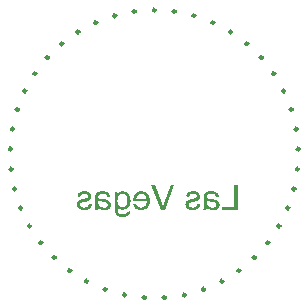
<source format=gbo>
G04*
G04 #@! TF.GenerationSoftware,Altium Limited,Altium Designer,21.7.2 (23)*
G04*
G04 Layer_Color=32896*
%FSLAX25Y25*%
%MOIN*%
G70*
G04*
G04 #@! TF.SameCoordinates,2F9D9F62-0F19-4060-BA45-97F595866B8D*
G04*
G04*
G04 #@! TF.FilePolarity,Positive*
G04*
G01*
G75*
%ADD10C,0.01000*%
G36*
X301776Y354602D02*
X302041Y354553D01*
X302281Y354481D01*
X302486Y354409D01*
X302654Y354337D01*
X302775Y354265D01*
X302823Y354240D01*
X302859Y354217D01*
X302871Y354205D01*
X302883D01*
X303087Y354048D01*
X303268Y353856D01*
X303424Y353675D01*
X303556Y353495D01*
X303653Y353326D01*
X303725Y353194D01*
X303749Y353146D01*
X303773Y353110D01*
X303785Y353086D01*
Y353074D01*
X303893Y352797D01*
X303965Y352520D01*
X304026Y352256D01*
X304062Y352015D01*
X304086Y351799D01*
Y351714D01*
X304098Y351630D01*
Y351570D01*
Y351522D01*
Y351498D01*
Y351486D01*
X304086Y351257D01*
X304074Y351028D01*
X303990Y350620D01*
X303941Y350427D01*
X303881Y350259D01*
X303821Y350090D01*
X303761Y349946D01*
X303701Y349801D01*
X303641Y349681D01*
X303580Y349585D01*
X303532Y349489D01*
X303484Y349429D01*
X303448Y349368D01*
X303436Y349344D01*
X303424Y349332D01*
X303292Y349176D01*
X303147Y349044D01*
X302991Y348923D01*
X302835Y348815D01*
X302666Y348731D01*
X302510Y348659D01*
X302354Y348599D01*
X302197Y348550D01*
X302053Y348514D01*
X301920Y348490D01*
X301800Y348466D01*
X301692Y348454D01*
X301608D01*
X301547Y348442D01*
X301487D01*
X301307Y348454D01*
X301126Y348478D01*
X300958Y348514D01*
X300802Y348562D01*
X300525Y348695D01*
X300272Y348839D01*
X300176Y348911D01*
X300080Y348983D01*
X299996Y349056D01*
X299935Y349116D01*
X299887Y349164D01*
X299851Y349200D01*
X299827Y349224D01*
X299815Y349236D01*
Y349056D01*
Y348899D01*
X299827Y348743D01*
Y348610D01*
Y348490D01*
X299839Y348382D01*
Y348286D01*
X299851Y348201D01*
X299863Y348081D01*
X299875Y347985D01*
X299887Y347937D01*
Y347925D01*
X299947Y347744D01*
X300032Y347588D01*
X300116Y347456D01*
X300200Y347335D01*
X300284Y347251D01*
X300357Y347179D01*
X300405Y347143D01*
X300417Y347131D01*
X300573Y347035D01*
X300753Y346962D01*
X300934Y346914D01*
X301102Y346878D01*
X301271Y346854D01*
X301391Y346842D01*
X301511D01*
X301740Y346854D01*
X301957Y346890D01*
X302137Y346938D01*
X302281Y346999D01*
X302402Y347047D01*
X302486Y347095D01*
X302534Y347131D01*
X302558Y347143D01*
X302654Y347227D01*
X302726Y347335D01*
X302786Y347444D01*
X302835Y347552D01*
X302859Y347660D01*
X302883Y347744D01*
X302895Y347793D01*
Y347816D01*
X303893Y347949D01*
Y347768D01*
X303869Y347612D01*
X303845Y347456D01*
X303809Y347311D01*
X303701Y347059D01*
X303580Y346854D01*
X303460Y346698D01*
X303364Y346589D01*
X303280Y346517D01*
X303268Y346505D01*
X303256Y346493D01*
X302991Y346325D01*
X302702Y346204D01*
X302414Y346120D01*
X302137Y346060D01*
X302005Y346036D01*
X301884Y346024D01*
X301788Y346012D01*
X301692D01*
X301620Y346000D01*
X301511D01*
X301186Y346012D01*
X300886Y346060D01*
X300621Y346108D01*
X300405Y346181D01*
X300224Y346241D01*
X300152Y346265D01*
X300092Y346301D01*
X300044Y346313D01*
X300008Y346337D01*
X299996Y346349D01*
X299984D01*
X299767Y346481D01*
X299574Y346638D01*
X299418Y346794D01*
X299286Y346938D01*
X299190Y347071D01*
X299129Y347179D01*
X299081Y347251D01*
X299069Y347263D01*
Y347275D01*
X299021Y347395D01*
X298973Y347528D01*
X298937Y347672D01*
X298901Y347829D01*
X298853Y348165D01*
X298817Y348490D01*
X298805Y348647D01*
X298793Y348791D01*
Y348923D01*
X298780Y349032D01*
Y349128D01*
Y349200D01*
Y349248D01*
Y349260D01*
Y354481D01*
X299719D01*
Y353735D01*
X299851Y353892D01*
X299996Y354024D01*
X300140Y354144D01*
X300284Y354240D01*
X300441Y354325D01*
X300585Y354397D01*
X300729Y354457D01*
X300862Y354505D01*
X300994Y354541D01*
X301114Y354565D01*
X301223Y354589D01*
X301307Y354602D01*
X301379Y354613D01*
X301487D01*
X301776Y354602D01*
D02*
G37*
G36*
X331201D02*
X331454Y354577D01*
X331695Y354541D01*
X331887Y354505D01*
X332055Y354469D01*
X332176Y354433D01*
X332224Y354421D01*
X332260Y354409D01*
X332272Y354397D01*
X332284D01*
X332489Y354313D01*
X332669Y354205D01*
X332825Y354108D01*
X332958Y354012D01*
X333054Y353916D01*
X333126Y353844D01*
X333174Y353795D01*
X333186Y353783D01*
X333295Y353627D01*
X333391Y353459D01*
X333463Y353290D01*
X333523Y353134D01*
X333571Y352977D01*
X333607Y352869D01*
X333619Y352821D01*
Y352785D01*
X333631Y352773D01*
Y352761D01*
X332633Y352628D01*
X332561Y352845D01*
X332489Y353038D01*
X332404Y353194D01*
X332332Y353314D01*
X332260Y353411D01*
X332200Y353471D01*
X332152Y353507D01*
X332140Y353519D01*
X331995Y353603D01*
X331827Y353663D01*
X331646Y353711D01*
X331478Y353735D01*
X331310Y353759D01*
X331189Y353771D01*
X331069D01*
X330792Y353759D01*
X330552Y353723D01*
X330359Y353663D01*
X330191Y353603D01*
X330071Y353531D01*
X329974Y353483D01*
X329914Y353434D01*
X329902Y353422D01*
X329806Y353314D01*
X329734Y353182D01*
X329674Y353038D01*
X329638Y352893D01*
X329613Y352761D01*
X329601Y352641D01*
Y352568D01*
Y352556D01*
Y352544D01*
Y352520D01*
Y352472D01*
Y352388D01*
X329613Y352316D01*
Y352292D01*
Y352280D01*
X329734Y352244D01*
X329866Y352207D01*
X330143Y352135D01*
X330455Y352075D01*
X330744Y352015D01*
X330889Y351991D01*
X331021Y351979D01*
X331141Y351955D01*
X331238Y351943D01*
X331322Y351931D01*
X331382D01*
X331430Y351919D01*
X331442D01*
X331659Y351895D01*
X331839Y351859D01*
X331995Y351835D01*
X332116Y351811D01*
X332212Y351799D01*
X332284Y351774D01*
X332332Y351762D01*
X332344D01*
X332501Y351714D01*
X332633Y351666D01*
X332765Y351606D01*
X332874Y351558D01*
X332970Y351510D01*
X333030Y351462D01*
X333078Y351438D01*
X333090Y351426D01*
X333210Y351341D01*
X333307Y351245D01*
X333403Y351149D01*
X333475Y351053D01*
X333535Y350968D01*
X333583Y350896D01*
X333607Y350848D01*
X333619Y350836D01*
X333680Y350704D01*
X333728Y350559D01*
X333764Y350427D01*
X333788Y350295D01*
X333800Y350186D01*
X333812Y350102D01*
Y350054D01*
Y350030D01*
X333800Y349886D01*
X333788Y349765D01*
X333728Y349513D01*
X333644Y349308D01*
X333547Y349128D01*
X333451Y348983D01*
X333367Y348875D01*
X333307Y348815D01*
X333283Y348791D01*
X333066Y348635D01*
X332825Y348514D01*
X332561Y348430D01*
X332320Y348370D01*
X332104Y348334D01*
X332007Y348322D01*
X331923D01*
X331851Y348310D01*
X331755D01*
X331538Y348322D01*
X331322Y348346D01*
X331129Y348370D01*
X330961Y348406D01*
X330828Y348442D01*
X330720Y348478D01*
X330648Y348490D01*
X330624Y348502D01*
X330419Y348587D01*
X330227Y348695D01*
X330047Y348815D01*
X329866Y348923D01*
X329722Y349032D01*
X329613Y349116D01*
X329541Y349176D01*
X329529Y349200D01*
X329517D01*
X329493Y349044D01*
X329469Y348899D01*
X329445Y348767D01*
X329409Y348659D01*
X329373Y348562D01*
X329349Y348502D01*
X329337Y348454D01*
X329325Y348442D01*
X328254D01*
X328314Y348574D01*
X328374Y348707D01*
X328422Y348827D01*
X328447Y348935D01*
X328483Y349032D01*
X328495Y349104D01*
X328507Y349152D01*
Y349164D01*
X328519Y349248D01*
X328531Y349356D01*
Y349477D01*
X328543Y349609D01*
X328555Y349910D01*
Y350210D01*
X328567Y350499D01*
Y350632D01*
Y350740D01*
Y350836D01*
Y350908D01*
Y350956D01*
Y350968D01*
Y352340D01*
Y352568D01*
X328579Y352773D01*
X328591Y352929D01*
Y353062D01*
X328603Y353158D01*
X328615Y353230D01*
X328627Y353266D01*
Y353278D01*
X328663Y353434D01*
X328711Y353567D01*
X328759Y353675D01*
X328819Y353783D01*
X328868Y353856D01*
X328904Y353916D01*
X328928Y353952D01*
X328940Y353964D01*
X329036Y354060D01*
X329144Y354156D01*
X329265Y354228D01*
X329385Y354301D01*
X329493Y354349D01*
X329577Y354385D01*
X329638Y354409D01*
X329661Y354421D01*
X329854Y354481D01*
X330059Y354529D01*
X330263Y354565D01*
X330468Y354589D01*
X330648Y354602D01*
X330780Y354613D01*
X330913D01*
X331201Y354602D01*
D02*
G37*
G36*
X294967D02*
X295220Y354577D01*
X295460Y354541D01*
X295653Y354505D01*
X295821Y354469D01*
X295941Y354433D01*
X295990Y354421D01*
X296026Y354409D01*
X296038Y354397D01*
X296050D01*
X296254Y354313D01*
X296435Y354205D01*
X296591Y354108D01*
X296723Y354012D01*
X296820Y353916D01*
X296892Y353844D01*
X296940Y353795D01*
X296952Y353783D01*
X297060Y353627D01*
X297157Y353459D01*
X297229Y353290D01*
X297289Y353134D01*
X297337Y352977D01*
X297373Y352869D01*
X297385Y352821D01*
Y352785D01*
X297397Y352773D01*
Y352761D01*
X296399Y352628D01*
X296326Y352845D01*
X296254Y353038D01*
X296170Y353194D01*
X296098Y353314D01*
X296026Y353411D01*
X295966Y353471D01*
X295917Y353507D01*
X295905Y353519D01*
X295761Y353603D01*
X295593Y353663D01*
X295412Y353711D01*
X295244Y353735D01*
X295075Y353759D01*
X294955Y353771D01*
X294835D01*
X294558Y353759D01*
X294317Y353723D01*
X294125Y353663D01*
X293956Y353603D01*
X293836Y353531D01*
X293740Y353483D01*
X293680Y353434D01*
X293668Y353422D01*
X293571Y353314D01*
X293499Y353182D01*
X293439Y353038D01*
X293403Y352893D01*
X293379Y352761D01*
X293367Y352641D01*
Y352568D01*
Y352556D01*
Y352544D01*
Y352520D01*
Y352472D01*
Y352388D01*
X293379Y352316D01*
Y352292D01*
Y352280D01*
X293499Y352244D01*
X293632Y352207D01*
X293908Y352135D01*
X294221Y352075D01*
X294510Y352015D01*
X294654Y351991D01*
X294787Y351979D01*
X294907Y351955D01*
X295003Y351943D01*
X295087Y351931D01*
X295147D01*
X295196Y351919D01*
X295208D01*
X295424Y351895D01*
X295605Y351859D01*
X295761Y351835D01*
X295881Y351811D01*
X295978Y351799D01*
X296050Y351774D01*
X296098Y351762D01*
X296110D01*
X296266Y351714D01*
X296399Y351666D01*
X296531Y351606D01*
X296639Y351558D01*
X296735Y351510D01*
X296796Y351462D01*
X296844Y351438D01*
X296856Y351426D01*
X296976Y351341D01*
X297072Y351245D01*
X297168Y351149D01*
X297241Y351053D01*
X297301Y350968D01*
X297349Y350896D01*
X297373Y350848D01*
X297385Y350836D01*
X297445Y350704D01*
X297493Y350559D01*
X297529Y350427D01*
X297553Y350295D01*
X297566Y350186D01*
X297578Y350102D01*
Y350054D01*
Y350030D01*
X297566Y349886D01*
X297553Y349765D01*
X297493Y349513D01*
X297409Y349308D01*
X297313Y349128D01*
X297217Y348983D01*
X297132Y348875D01*
X297072Y348815D01*
X297048Y348791D01*
X296832Y348635D01*
X296591Y348514D01*
X296326Y348430D01*
X296086Y348370D01*
X295869Y348334D01*
X295773Y348322D01*
X295689D01*
X295617Y348310D01*
X295520D01*
X295304Y348322D01*
X295087Y348346D01*
X294895Y348370D01*
X294726Y348406D01*
X294594Y348442D01*
X294486Y348478D01*
X294414Y348490D01*
X294390Y348502D01*
X294185Y348587D01*
X293993Y348695D01*
X293812Y348815D01*
X293632Y348923D01*
X293487Y349032D01*
X293379Y349116D01*
X293307Y349176D01*
X293295Y349200D01*
X293283D01*
X293259Y349044D01*
X293235Y348899D01*
X293211Y348767D01*
X293175Y348659D01*
X293139Y348562D01*
X293114Y348502D01*
X293102Y348454D01*
X293090Y348442D01*
X292020D01*
X292080Y348574D01*
X292140Y348707D01*
X292188Y348827D01*
X292212Y348935D01*
X292248Y349032D01*
X292260Y349104D01*
X292272Y349152D01*
Y349164D01*
X292284Y349248D01*
X292296Y349356D01*
Y349477D01*
X292308Y349609D01*
X292320Y349910D01*
Y350210D01*
X292333Y350499D01*
Y350632D01*
Y350740D01*
Y350836D01*
Y350908D01*
Y350956D01*
Y350968D01*
Y352340D01*
Y352568D01*
X292344Y352773D01*
X292356Y352929D01*
Y353062D01*
X292369Y353158D01*
X292381Y353230D01*
X292393Y353266D01*
Y353278D01*
X292429Y353434D01*
X292477Y353567D01*
X292525Y353675D01*
X292585Y353783D01*
X292633Y353856D01*
X292669Y353916D01*
X292693Y353952D01*
X292705Y353964D01*
X292802Y354060D01*
X292910Y354156D01*
X293030Y354228D01*
X293150Y354301D01*
X293259Y354349D01*
X293343Y354385D01*
X293403Y354409D01*
X293427Y354421D01*
X293620Y354481D01*
X293824Y354529D01*
X294029Y354565D01*
X294233Y354589D01*
X294414Y354602D01*
X294546Y354613D01*
X294678D01*
X294967Y354602D01*
D02*
G37*
G36*
X315442Y348442D02*
X314287D01*
X311039Y356767D01*
X312158D01*
X314420Y350716D01*
X314516Y350463D01*
X314600Y350222D01*
X314672Y349994D01*
X314732Y349789D01*
X314792Y349609D01*
X314829Y349477D01*
X314841Y349429D01*
X314853Y349393D01*
X314865Y349368D01*
Y349356D01*
X315009Y349838D01*
X315081Y350066D01*
X315153Y350271D01*
X315213Y350451D01*
X315238Y350523D01*
X315250Y350595D01*
X315274Y350644D01*
X315286Y350680D01*
X315298Y350704D01*
Y350716D01*
X317463Y356767D01*
X318666D01*
X315442Y348442D01*
D02*
G37*
G36*
X307935Y354602D02*
X308152Y354577D01*
X308356Y354541D01*
X308549Y354481D01*
X308729Y354421D01*
X308898Y354349D01*
X309054Y354277D01*
X309187Y354192D01*
X309319Y354120D01*
X309427Y354036D01*
X309523Y353964D01*
X309595Y353904D01*
X309656Y353844D01*
X309704Y353807D01*
X309728Y353783D01*
X309740Y353771D01*
X309872Y353603D01*
X309993Y353422D01*
X310101Y353242D01*
X310197Y353050D01*
X310269Y352845D01*
X310329Y352653D01*
X310426Y352268D01*
X310462Y352099D01*
X310486Y351931D01*
X310498Y351786D01*
X310510Y351654D01*
X310522Y351546D01*
Y351474D01*
Y351413D01*
Y351401D01*
X310510Y351137D01*
X310486Y350884D01*
X310450Y350644D01*
X310402Y350427D01*
X310341Y350222D01*
X310281Y350030D01*
X310209Y349862D01*
X310137Y349705D01*
X310065Y349573D01*
X309993Y349453D01*
X309932Y349356D01*
X309872Y349272D01*
X309824Y349200D01*
X309788Y349152D01*
X309764Y349128D01*
X309752Y349116D01*
X309595Y348971D01*
X309439Y348851D01*
X309271Y348743D01*
X309090Y348647D01*
X308922Y348574D01*
X308741Y348502D01*
X308404Y348406D01*
X308248Y348382D01*
X308104Y348358D01*
X307972Y348334D01*
X307863Y348322D01*
X307779Y348310D01*
X307647D01*
X307274Y348334D01*
X306937Y348394D01*
X306636Y348466D01*
X306516Y348514D01*
X306396Y348562D01*
X306287Y348610D01*
X306191Y348659D01*
X306119Y348695D01*
X306047Y348731D01*
X305998Y348767D01*
X305962Y348791D01*
X305938Y348815D01*
X305926D01*
X305686Y349032D01*
X305493Y349260D01*
X305325Y349501D01*
X305205Y349729D01*
X305108Y349934D01*
X305072Y350030D01*
X305036Y350102D01*
X305012Y350174D01*
X305000Y350222D01*
X304988Y350247D01*
Y350259D01*
X306047Y350391D01*
X306143Y350162D01*
X306251Y349970D01*
X306359Y349801D01*
X306456Y349669D01*
X306540Y349573D01*
X306612Y349501D01*
X306672Y349453D01*
X306684Y349441D01*
X306841Y349344D01*
X306997Y349272D01*
X307166Y349224D01*
X307310Y349188D01*
X307442Y349164D01*
X307550Y349152D01*
X307647D01*
X307791Y349164D01*
X307923Y349176D01*
X308164Y349236D01*
X308381Y349320D01*
X308573Y349416D01*
X308717Y349501D01*
X308826Y349585D01*
X308898Y349645D01*
X308910Y349669D01*
X308922D01*
X309090Y349886D01*
X309223Y350126D01*
X309319Y350391D01*
X309391Y350632D01*
X309427Y350848D01*
X309451Y350944D01*
X309463Y351028D01*
Y351101D01*
X309475Y351149D01*
Y351185D01*
Y351197D01*
X304964D01*
X304952Y351317D01*
Y351401D01*
Y351450D01*
Y351462D01*
X304964Y351738D01*
X304988Y351991D01*
X305024Y352232D01*
X305072Y352460D01*
X305132Y352665D01*
X305192Y352857D01*
X305265Y353026D01*
X305337Y353182D01*
X305409Y353326D01*
X305481Y353447D01*
X305541Y353543D01*
X305602Y353627D01*
X305650Y353699D01*
X305686Y353747D01*
X305710Y353771D01*
X305722Y353783D01*
X305866Y353928D01*
X306023Y354060D01*
X306191Y354168D01*
X306359Y354265D01*
X306528Y354349D01*
X306684Y354409D01*
X306853Y354469D01*
X306997Y354505D01*
X307153Y354541D01*
X307286Y354565D01*
X307406Y354589D01*
X307502Y354602D01*
X307587Y354613D01*
X307707D01*
X307935Y354602D01*
D02*
G37*
G36*
X339851Y348442D02*
X334642D01*
Y349429D01*
X338744D01*
Y356767D01*
X339851D01*
Y348442D01*
D02*
G37*
G36*
X325355Y354589D02*
X325499Y354577D01*
X325631Y354553D01*
X325740Y354529D01*
X325824Y354505D01*
X325872Y354493D01*
X325896Y354481D01*
X326041Y354433D01*
X326173Y354385D01*
X326281Y354337D01*
X326377Y354289D01*
X326449Y354253D01*
X326498Y354217D01*
X326534Y354205D01*
X326546Y354192D01*
X326666Y354108D01*
X326762Y354012D01*
X326847Y353904D01*
X326919Y353819D01*
X326979Y353735D01*
X327015Y353675D01*
X327039Y353627D01*
X327051Y353615D01*
X327111Y353483D01*
X327159Y353362D01*
X327183Y353230D01*
X327207Y353122D01*
X327220Y353013D01*
X327232Y352941D01*
Y352893D01*
Y352869D01*
X327220Y352701D01*
X327195Y352556D01*
X327159Y352412D01*
X327123Y352292D01*
X327087Y352195D01*
X327051Y352111D01*
X327027Y352063D01*
X327015Y352051D01*
X326919Y351919D01*
X326810Y351811D01*
X326702Y351714D01*
X326594Y351630D01*
X326498Y351570D01*
X326426Y351522D01*
X326377Y351498D01*
X326353Y351486D01*
X326269Y351450D01*
X326161Y351401D01*
X325920Y351317D01*
X325668Y351245D01*
X325403Y351161D01*
X325174Y351101D01*
X325066Y351065D01*
X324970Y351041D01*
X324898Y351016D01*
X324837Y351005D01*
X324801Y350992D01*
X324789D01*
X324633Y350956D01*
X324501Y350920D01*
X324380Y350884D01*
X324272Y350848D01*
X324176Y350824D01*
X324092Y350788D01*
X323947Y350740D01*
X323851Y350704D01*
X323791Y350668D01*
X323755Y350656D01*
X323743Y350644D01*
X323635Y350571D01*
X323562Y350475D01*
X323502Y350391D01*
X323466Y350307D01*
X323442Y350222D01*
X323430Y350162D01*
Y350114D01*
Y350102D01*
X323442Y349958D01*
X323478Y349838D01*
X323538Y349717D01*
X323598Y349621D01*
X323671Y349537D01*
X323719Y349477D01*
X323767Y349441D01*
X323779Y349429D01*
X323923Y349332D01*
X324080Y349272D01*
X324260Y349224D01*
X324429Y349188D01*
X324585Y349164D01*
X324705Y349152D01*
X324826D01*
X325078Y349164D01*
X325295Y349200D01*
X325475Y349248D01*
X325631Y349308D01*
X325752Y349368D01*
X325848Y349416D01*
X325896Y349453D01*
X325920Y349465D01*
X326053Y349597D01*
X326161Y349753D01*
X326233Y349910D01*
X326293Y350054D01*
X326341Y350186D01*
X326365Y350307D01*
X326389Y350379D01*
Y350391D01*
Y350403D01*
X327400Y350247D01*
X327316Y349910D01*
X327207Y349609D01*
X327075Y349368D01*
X326943Y349164D01*
X326822Y348995D01*
X326714Y348887D01*
X326642Y348815D01*
X326630Y348803D01*
X326618Y348791D01*
X326498Y348707D01*
X326365Y348635D01*
X326077Y348514D01*
X325776Y348430D01*
X325487Y348370D01*
X325355Y348346D01*
X325235Y348334D01*
X325114Y348322D01*
X325018D01*
X324934Y348310D01*
X324826D01*
X324561Y348322D01*
X324332Y348346D01*
X324116Y348382D01*
X323923Y348430D01*
X323767Y348478D01*
X323646Y348514D01*
X323574Y348538D01*
X323562Y348550D01*
X323550D01*
X323346Y348659D01*
X323177Y348767D01*
X323033Y348887D01*
X322901Y348995D01*
X322804Y349092D01*
X322744Y349176D01*
X322696Y349224D01*
X322684Y349248D01*
X322588Y349416D01*
X322516Y349597D01*
X322456Y349753D01*
X322420Y349898D01*
X322395Y350030D01*
X322383Y350126D01*
Y350186D01*
Y350210D01*
X322395Y350403D01*
X322420Y350571D01*
X322468Y350716D01*
X322504Y350848D01*
X322552Y350956D01*
X322600Y351028D01*
X322624Y351077D01*
X322636Y351089D01*
X322732Y351209D01*
X322840Y351317D01*
X322949Y351413D01*
X323057Y351486D01*
X323165Y351546D01*
X323237Y351582D01*
X323286Y351606D01*
X323310Y351618D01*
X323394Y351654D01*
X323490Y351690D01*
X323719Y351774D01*
X323971Y351859D01*
X324224Y351931D01*
X324453Y352003D01*
X324561Y352027D01*
X324645Y352051D01*
X324717Y352075D01*
X324777Y352087D01*
X324814Y352099D01*
X324826D01*
X324958Y352135D01*
X325078Y352171D01*
X325186Y352195D01*
X325283Y352232D01*
X325439Y352268D01*
X325559Y352304D01*
X325643Y352340D01*
X325692Y352352D01*
X325716Y352364D01*
X325728D01*
X325824Y352412D01*
X325908Y352448D01*
X325980Y352496D01*
X326028Y352532D01*
X326077Y352568D01*
X326101Y352605D01*
X326113Y352617D01*
X326125Y352628D01*
X326197Y352749D01*
X326233Y352869D01*
Y352917D01*
X326245Y352953D01*
Y352977D01*
Y352989D01*
X326233Y353098D01*
X326197Y353206D01*
X326149Y353302D01*
X326089Y353374D01*
X326041Y353447D01*
X325992Y353495D01*
X325956Y353519D01*
X325944Y353531D01*
X325812Y353615D01*
X325656Y353675D01*
X325487Y353711D01*
X325331Y353747D01*
X325174Y353759D01*
X325054Y353771D01*
X324934D01*
X324729Y353759D01*
X324537Y353735D01*
X324380Y353687D01*
X324260Y353639D01*
X324152Y353591D01*
X324080Y353543D01*
X324031Y353519D01*
X324020Y353507D01*
X323899Y353398D01*
X323815Y353278D01*
X323743Y353158D01*
X323683Y353050D01*
X323646Y352941D01*
X323622Y352857D01*
X323610Y352809D01*
Y352785D01*
X322612Y352917D01*
X322660Y353122D01*
X322708Y353302D01*
X322768Y353459D01*
X322829Y353603D01*
X322889Y353699D01*
X322937Y353783D01*
X322961Y353832D01*
X322973Y353844D01*
X323081Y353964D01*
X323201Y354072D01*
X323334Y354168D01*
X323466Y354253D01*
X323586Y354313D01*
X323683Y354361D01*
X323743Y354385D01*
X323755Y354397D01*
X323767D01*
X323971Y354469D01*
X324188Y354517D01*
X324392Y354565D01*
X324585Y354589D01*
X324765Y354602D01*
X324898Y354613D01*
X325186D01*
X325355Y354589D01*
D02*
G37*
G36*
X289120D02*
X289265Y354577D01*
X289397Y354553D01*
X289505Y354529D01*
X289590Y354505D01*
X289638Y354493D01*
X289662Y354481D01*
X289806Y354433D01*
X289938Y354385D01*
X290047Y354337D01*
X290143Y354289D01*
X290215Y354253D01*
X290263Y354217D01*
X290299Y354205D01*
X290311Y354192D01*
X290432Y354108D01*
X290528Y354012D01*
X290612Y353904D01*
X290684Y353819D01*
X290744Y353735D01*
X290781Y353675D01*
X290805Y353627D01*
X290817Y353615D01*
X290877Y353483D01*
X290925Y353362D01*
X290949Y353230D01*
X290973Y353122D01*
X290985Y353013D01*
X290997Y352941D01*
Y352893D01*
Y352869D01*
X290985Y352701D01*
X290961Y352556D01*
X290925Y352412D01*
X290889Y352292D01*
X290853Y352195D01*
X290817Y352111D01*
X290793Y352063D01*
X290781Y352051D01*
X290684Y351919D01*
X290576Y351811D01*
X290468Y351714D01*
X290359Y351630D01*
X290263Y351570D01*
X290191Y351522D01*
X290143Y351498D01*
X290119Y351486D01*
X290035Y351450D01*
X289927Y351401D01*
X289686Y351317D01*
X289433Y351245D01*
X289169Y351161D01*
X288940Y351101D01*
X288832Y351065D01*
X288736Y351041D01*
X288663Y351016D01*
X288603Y351005D01*
X288567Y350992D01*
X288555D01*
X288399Y350956D01*
X288266Y350920D01*
X288146Y350884D01*
X288038Y350848D01*
X287942Y350824D01*
X287857Y350788D01*
X287713Y350740D01*
X287617Y350704D01*
X287557Y350668D01*
X287521Y350656D01*
X287508Y350644D01*
X287400Y350571D01*
X287328Y350475D01*
X287268Y350391D01*
X287232Y350307D01*
X287208Y350222D01*
X287196Y350162D01*
Y350114D01*
Y350102D01*
X287208Y349958D01*
X287244Y349838D01*
X287304Y349717D01*
X287364Y349621D01*
X287436Y349537D01*
X287484Y349477D01*
X287532Y349441D01*
X287544Y349429D01*
X287689Y349332D01*
X287845Y349272D01*
X288026Y349224D01*
X288194Y349188D01*
X288351Y349164D01*
X288471Y349152D01*
X288591D01*
X288844Y349164D01*
X289060Y349200D01*
X289241Y349248D01*
X289397Y349308D01*
X289517Y349368D01*
X289614Y349416D01*
X289662Y349453D01*
X289686Y349465D01*
X289818Y349597D01*
X289927Y349753D01*
X289999Y349910D01*
X290059Y350054D01*
X290107Y350186D01*
X290131Y350307D01*
X290155Y350379D01*
Y350391D01*
Y350403D01*
X291165Y350247D01*
X291081Y349910D01*
X290973Y349609D01*
X290841Y349368D01*
X290708Y349164D01*
X290588Y348995D01*
X290480Y348887D01*
X290408Y348815D01*
X290396Y348803D01*
X290384Y348791D01*
X290263Y348707D01*
X290131Y348635D01*
X289842Y348514D01*
X289542Y348430D01*
X289253Y348370D01*
X289120Y348346D01*
X289000Y348334D01*
X288880Y348322D01*
X288784D01*
X288699Y348310D01*
X288591D01*
X288327Y348322D01*
X288098Y348346D01*
X287881Y348382D01*
X287689Y348430D01*
X287532Y348478D01*
X287412Y348514D01*
X287340Y348538D01*
X287328Y348550D01*
X287316D01*
X287111Y348659D01*
X286943Y348767D01*
X286799Y348887D01*
X286666Y348995D01*
X286570Y349092D01*
X286510Y349176D01*
X286462Y349224D01*
X286450Y349248D01*
X286353Y349416D01*
X286281Y349597D01*
X286221Y349753D01*
X286185Y349898D01*
X286161Y350030D01*
X286149Y350126D01*
Y350186D01*
Y350210D01*
X286161Y350403D01*
X286185Y350571D01*
X286233Y350716D01*
X286269Y350848D01*
X286317Y350956D01*
X286366Y351028D01*
X286390Y351077D01*
X286402Y351089D01*
X286498Y351209D01*
X286606Y351317D01*
X286714Y351413D01*
X286823Y351486D01*
X286931Y351546D01*
X287003Y351582D01*
X287051Y351606D01*
X287075Y351618D01*
X287160Y351654D01*
X287256Y351690D01*
X287484Y351774D01*
X287737Y351859D01*
X287990Y351931D01*
X288218Y352003D01*
X288327Y352027D01*
X288411Y352051D01*
X288483Y352075D01*
X288543Y352087D01*
X288579Y352099D01*
X288591D01*
X288723Y352135D01*
X288844Y352171D01*
X288952Y352195D01*
X289048Y352232D01*
X289205Y352268D01*
X289325Y352304D01*
X289409Y352340D01*
X289457Y352352D01*
X289481Y352364D01*
X289493D01*
X289590Y352412D01*
X289674Y352448D01*
X289746Y352496D01*
X289794Y352532D01*
X289842Y352568D01*
X289866Y352605D01*
X289878Y352617D01*
X289890Y352628D01*
X289963Y352749D01*
X289999Y352869D01*
Y352917D01*
X290011Y352953D01*
Y352977D01*
Y352989D01*
X289999Y353098D01*
X289963Y353206D01*
X289914Y353302D01*
X289854Y353374D01*
X289806Y353447D01*
X289758Y353495D01*
X289722Y353519D01*
X289710Y353531D01*
X289578Y353615D01*
X289421Y353675D01*
X289253Y353711D01*
X289096Y353747D01*
X288940Y353759D01*
X288820Y353771D01*
X288699D01*
X288495Y353759D01*
X288302Y353735D01*
X288146Y353687D01*
X288026Y353639D01*
X287917Y353591D01*
X287845Y353543D01*
X287797Y353519D01*
X287785Y353507D01*
X287665Y353398D01*
X287581Y353278D01*
X287508Y353158D01*
X287448Y353050D01*
X287412Y352941D01*
X287388Y352857D01*
X287376Y352809D01*
Y352785D01*
X286378Y352917D01*
X286426Y353122D01*
X286474Y353302D01*
X286534Y353459D01*
X286594Y353603D01*
X286654Y353699D01*
X286702Y353783D01*
X286726Y353832D01*
X286738Y353844D01*
X286847Y353964D01*
X286967Y354072D01*
X287099Y354168D01*
X287232Y354253D01*
X287352Y354313D01*
X287448Y354361D01*
X287508Y354385D01*
X287521Y354397D01*
X287532D01*
X287737Y354469D01*
X287953Y354517D01*
X288158Y354565D01*
X288351Y354589D01*
X288531Y354602D01*
X288663Y354613D01*
X288952D01*
X289120Y354589D01*
D02*
G37*
%LPC*%
G36*
X301475Y353771D02*
X301283D01*
X301163Y353747D01*
X300934Y353687D01*
X300729Y353591D01*
X300561Y353495D01*
X300417Y353386D01*
X300308Y353290D01*
X300248Y353230D01*
X300224Y353218D01*
Y353206D01*
X300140Y353098D01*
X300056Y352977D01*
X299935Y352701D01*
X299851Y352424D01*
X299791Y352147D01*
X299755Y351907D01*
X299743Y351799D01*
Y351702D01*
X299731Y351630D01*
Y351570D01*
Y351534D01*
Y351522D01*
Y351317D01*
X299755Y351113D01*
X299779Y350932D01*
X299803Y350776D01*
X299839Y350620D01*
X299887Y350475D01*
X299923Y350355D01*
X299972Y350247D01*
X300020Y350138D01*
X300056Y350054D01*
X300104Y349982D01*
X300140Y349934D01*
X300164Y349886D01*
X300188Y349850D01*
X300212Y349838D01*
Y349826D01*
X300308Y349729D01*
X300405Y349645D01*
X300597Y349513D01*
X300802Y349416D01*
X300982Y349356D01*
X301150Y349308D01*
X301283Y349296D01*
X301331Y349284D01*
X301403D01*
X301535Y349296D01*
X301656Y349308D01*
X301884Y349368D01*
X302089Y349453D01*
X302257Y349561D01*
X302402Y349657D01*
X302498Y349741D01*
X302558Y349801D01*
X302582Y349826D01*
X302666Y349934D01*
X302738Y350054D01*
X302859Y350331D01*
X302931Y350607D01*
X302991Y350896D01*
X303027Y351149D01*
X303039Y351269D01*
Y351365D01*
X303051Y351450D01*
Y351510D01*
Y351546D01*
Y351558D01*
Y351762D01*
X303027Y351943D01*
X303003Y352111D01*
X302979Y352280D01*
X302943Y352424D01*
X302907Y352556D01*
X302859Y352689D01*
X302811Y352797D01*
X302775Y352893D01*
X302726Y352977D01*
X302690Y353050D01*
X302654Y353098D01*
X302630Y353146D01*
X302606Y353182D01*
X302582Y353194D01*
Y353206D01*
X302486Y353302D01*
X302390Y353398D01*
X302197Y353531D01*
X302005Y353639D01*
X301812Y353699D01*
X301656Y353747D01*
X301523Y353759D01*
X301475Y353771D01*
D02*
G37*
G36*
X329613Y351474D02*
X329601D01*
X329613Y351089D01*
X329626Y350848D01*
X329638Y350644D01*
X329661Y350475D01*
X329698Y350331D01*
X329734Y350222D01*
X329758Y350138D01*
X329770Y350090D01*
X329782Y350078D01*
X329878Y349922D01*
X329974Y349777D01*
X330095Y349657D01*
X330203Y349561D01*
X330299Y349477D01*
X330383Y349416D01*
X330432Y349380D01*
X330455Y349368D01*
X330636Y349284D01*
X330816Y349224D01*
X330985Y349176D01*
X331153Y349152D01*
X331286Y349128D01*
X331406Y349116D01*
X331502D01*
X331719Y349128D01*
X331899Y349152D01*
X332055Y349200D01*
X332188Y349248D01*
X332284Y349296D01*
X332356Y349344D01*
X332404Y349368D01*
X332416Y349380D01*
X332513Y349489D01*
X332585Y349609D01*
X332645Y349717D01*
X332681Y349826D01*
X332705Y349922D01*
X332717Y349994D01*
Y350054D01*
Y350066D01*
X332705Y350162D01*
X332693Y350259D01*
X332669Y350331D01*
X332645Y350403D01*
X332621Y350463D01*
X332609Y350511D01*
X332585Y350535D01*
Y350547D01*
X332465Y350692D01*
X332320Y350788D01*
X332272Y350824D01*
X332224Y350848D01*
X332188Y350872D01*
X332176D01*
X332055Y350920D01*
X331923Y350956D01*
X331779Y350992D01*
X331634Y351016D01*
X331502Y351041D01*
X331382Y351065D01*
X331310Y351077D01*
X331286D01*
X331081Y351113D01*
X330889Y351137D01*
X330720Y351173D01*
X330552Y351209D01*
X330395Y351245D01*
X330263Y351281D01*
X330131Y351305D01*
X330022Y351341D01*
X329926Y351365D01*
X329842Y351389D01*
X329770Y351413D01*
X329710Y351438D01*
X329661Y351450D01*
X329626Y351462D01*
X329613Y351474D01*
D02*
G37*
G36*
X293379D02*
X293367D01*
X293379Y351089D01*
X293391Y350848D01*
X293403Y350644D01*
X293427Y350475D01*
X293463Y350331D01*
X293499Y350222D01*
X293523Y350138D01*
X293535Y350090D01*
X293548Y350078D01*
X293644Y349922D01*
X293740Y349777D01*
X293860Y349657D01*
X293969Y349561D01*
X294065Y349477D01*
X294149Y349416D01*
X294197Y349380D01*
X294221Y349368D01*
X294402Y349284D01*
X294582Y349224D01*
X294750Y349176D01*
X294919Y349152D01*
X295051Y349128D01*
X295171Y349116D01*
X295268D01*
X295484Y349128D01*
X295665Y349152D01*
X295821Y349200D01*
X295953Y349248D01*
X296050Y349296D01*
X296122Y349344D01*
X296170Y349368D01*
X296182Y349380D01*
X296278Y349489D01*
X296351Y349609D01*
X296411Y349717D01*
X296447Y349826D01*
X296471Y349922D01*
X296483Y349994D01*
Y350054D01*
Y350066D01*
X296471Y350162D01*
X296459Y350259D01*
X296435Y350331D01*
X296411Y350403D01*
X296387Y350463D01*
X296375Y350511D01*
X296351Y350535D01*
Y350547D01*
X296230Y350692D01*
X296086Y350788D01*
X296038Y350824D01*
X295990Y350848D01*
X295953Y350872D01*
X295941D01*
X295821Y350920D01*
X295689Y350956D01*
X295545Y350992D01*
X295400Y351016D01*
X295268Y351041D01*
X295147Y351065D01*
X295075Y351077D01*
X295051D01*
X294847Y351113D01*
X294654Y351137D01*
X294486Y351173D01*
X294317Y351209D01*
X294161Y351245D01*
X294029Y351281D01*
X293896Y351305D01*
X293788Y351341D01*
X293692Y351365D01*
X293608Y351389D01*
X293535Y351413D01*
X293475Y351438D01*
X293427Y351450D01*
X293391Y351462D01*
X293379Y351474D01*
D02*
G37*
G36*
X307767Y353771D02*
X307695D01*
X307550Y353759D01*
X307418Y353747D01*
X307166Y353675D01*
X306949Y353579D01*
X306768Y353471D01*
X306624Y353362D01*
X306516Y353266D01*
X306456Y353194D01*
X306432Y353182D01*
Y353170D01*
X306323Y353013D01*
X306227Y352833D01*
X306167Y352653D01*
X306107Y352460D01*
X306071Y352304D01*
X306047Y352159D01*
Y352111D01*
X306035Y352075D01*
Y352051D01*
Y352039D01*
X309415D01*
X309379Y352316D01*
X309307Y352568D01*
X309223Y352785D01*
X309126Y352953D01*
X309042Y353098D01*
X308958Y353206D01*
X308910Y353266D01*
X308886Y353290D01*
X308693Y353447D01*
X308501Y353567D01*
X308296Y353651D01*
X308104Y353711D01*
X307947Y353747D01*
X307815Y353759D01*
X307767Y353771D01*
D02*
G37*
%LPD*%
D10*
X312500Y415000D02*
G03*
X312500Y415000I-500J0D01*
G01*
X319180Y414533D02*
G03*
X319180Y414533I-500J0D01*
G01*
X325731Y413141D02*
G03*
X325731Y413141I-500J0D01*
G01*
X332023Y410850D02*
G03*
X332023Y410850I-500J0D01*
G01*
X337936Y407706D02*
G03*
X337936Y407706I-500J0D01*
G01*
X343354Y403770D02*
G03*
X343354Y403770I-500J0D01*
G01*
X348171Y399118D02*
G03*
X348171Y399118I-500J0D01*
G01*
X352294Y393841D02*
G03*
X352294Y393841I-500J0D01*
G01*
X355642Y388042D02*
G03*
X355642Y388042I-500J0D01*
G01*
X358151Y381833D02*
G03*
X358151Y381833I-500J0D01*
G01*
X359771Y375335D02*
G03*
X359771Y375335I-500J0D01*
G01*
X360471Y368675D02*
G03*
X360471Y368675I-500J0D01*
G01*
X360237Y361983D02*
G03*
X360237Y361983I-500J0D01*
G01*
X359074Y355388D02*
G03*
X359074Y355388I-500J0D01*
G01*
X357005Y349019D02*
G03*
X357005Y349019I-500J0D01*
G01*
X354069Y343000D02*
G03*
X354069Y343000I-500J0D01*
G01*
X350325Y337448D02*
G03*
X350325Y337448I-500J0D01*
G01*
X345844Y332472D02*
G03*
X345844Y332472I-500J0D01*
G01*
X340714Y328167D02*
G03*
X340714Y328167I-500J0D01*
G01*
X335035Y324619D02*
G03*
X335035Y324619I-500J0D01*
G01*
X328917Y321895D02*
G03*
X328917Y321895I-500J0D01*
G01*
X322480Y320049D02*
G03*
X322480Y320049I-500J0D01*
G01*
X315848Y319117D02*
G03*
X315848Y319117I-500J0D01*
G01*
X309152D02*
G03*
X309152Y319117I-500J0D01*
G01*
X302520Y320049D02*
G03*
X302520Y320049I-500J0D01*
G01*
X296083Y321895D02*
G03*
X296083Y321895I-500J0D01*
G01*
X289965Y324619D02*
G03*
X289965Y324619I-500J0D01*
G01*
X284286Y328167D02*
G03*
X284286Y328167I-500J0D01*
G01*
X279156Y332472D02*
G03*
X279156Y332472I-500J0D01*
G01*
X274675Y337448D02*
G03*
X274675Y337448I-500J0D01*
G01*
X270931Y343000D02*
G03*
X270931Y343000I-500J0D01*
G01*
X267995Y349019D02*
G03*
X267995Y349019I-500J0D01*
G01*
X265926Y355388D02*
G03*
X265926Y355388I-500J0D01*
G01*
X264763Y361983D02*
G03*
X264763Y361983I-500J0D01*
G01*
X264529Y368675D02*
G03*
X264529Y368675I-500J0D01*
G01*
X265229Y375335D02*
G03*
X265229Y375335I-500J0D01*
G01*
X266849Y381833D02*
G03*
X266849Y381833I-500J0D01*
G01*
X269358Y388042D02*
G03*
X269358Y388042I-500J0D01*
G01*
X272706Y393841D02*
G03*
X272706Y393841I-500J0D01*
G01*
X276829Y399118D02*
G03*
X276829Y399118I-500J0D01*
G01*
X281646Y403770D02*
G03*
X281646Y403770I-500J0D01*
G01*
X287064Y407706D02*
G03*
X287064Y407706I-500J0D01*
G01*
X292977Y410850D02*
G03*
X292977Y410850I-500J0D01*
G01*
X299269Y413141D02*
G03*
X299269Y413141I-500J0D01*
G01*
X305820Y414533D02*
G03*
X305820Y414533I-500J0D01*
G01*
M02*

</source>
